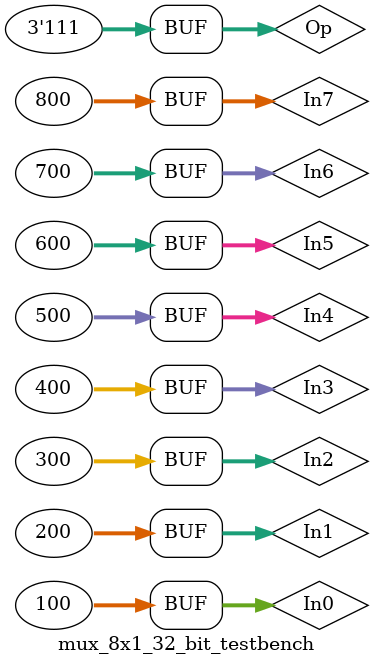
<source format=v>
`define DELAY 20
module mux_8x1_32_bit_testbench();

reg [31:0] In0, In1, In2, In3, In4, In5, In6, In7;
reg [2:0] Op;
wire [31:0] Out;


mux_8x1_32_bit test8x1Mux (In0, In1, In2, In3, In4, In5, In6, In7, Op, Out);



initial begin
In0 = 'd100; In1 = 'd200; In2 = 'd300; In3 = 'd400; In4 = 'd500; In5 = 'd600; In6 = 'd700; In7 = 'd800; Op = 3'b000;
#`DELAY;
In0 = 'd100; In1 = 'd200; In2 = 'd300; In3 = 'd400; In4 = 'd500; In5 = 'd600; In6 = 'd700; In7 = 'd800; Op = 3'b001;
#`DELAY;
In0 = 'd100; In1 = 'd200; In2 = 'd300; In3 = 'd400; In4 = 'd500; In5 = 'd600; In6 = 'd700; In7 = 'd800; Op  = 3'b010;
#`DELAY;
In0 = 'd100; In1 = 'd200; In2 = 'd300; In3 = 'd400; In4 = 'd500; In5 = 'd600; In6 = 'd700; In7 = 'd800; Op = 3'b011;
#`DELAY;
In0 = 'd100; In1 = 'd200; In2 = 'd300; In3 = 'd400; In4 = 'd500; In5 = 'd600; In6 = 'd700; In7 = 'd800; Op = 3'b100;
#`DELAY;
In0 = 'd100; In1 = 'd200; In2 = 'd300; In3 = 'd400; In4 = 'd500; In5 = 'd600; In6 = 'd700; In7 = 'd800; Op = 3'b101;
#`DELAY;
In0 = 'd100; In1 = 'd200; In2 = 'd300; In3 = 'd400; In4 = 'd500; In5 = 'd600; In6 = 'd700; In7 = 'd800; Op = 3'b110;
#`DELAY;
In0 = 'd100; In1 = 'd200; In2 = 'd300; In3 = 'd400; In4 = 'd500; In5 = 'd600; In6 = 'd700; In7 = 'd800; Op = 3'b111;

end
 
 
initial
begin
$monitor("time=%2d, In0=%d, In1=%d, In2=%d, In3=%d, In4=%d, In5=%d, In6=%d, In7=%d,Op=%d, Out=%d", $time, In0,In1,In2,In3,In4,In5,In6,In7,Op,Out);
end
 
endmodule

</source>
